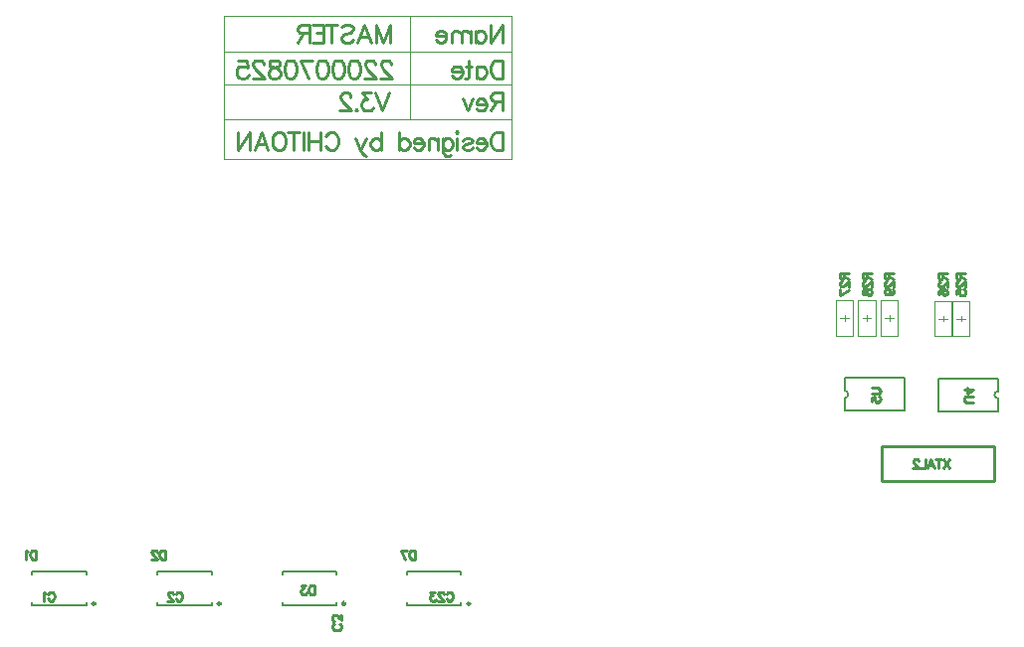
<source format=gbo>
G04*
G04 #@! TF.GenerationSoftware,Altium Limited,Altium Designer,21.3.2 (30)*
G04*
G04 Layer_Color=32896*
%FSLAX44Y44*%
%MOMM*%
G71*
G04*
G04 #@! TF.SameCoordinates,8E102A86-DBDF-4379-BD88-F244A9775125*
G04*
G04*
G04 #@! TF.FilePolarity,Positive*
G04*
G01*
G75*
%ADD10C,0.2540*%
%ADD11C,0.2500*%
%ADD14C,0.2000*%
%ADD15C,0.1000*%
%ADD16C,0.0500*%
D10*
X1176130Y359230D02*
Y389230D01*
X1080830Y359230D02*
Y389230D01*
Y359230D02*
X1176130D01*
X1080830Y389230D02*
X1176130D01*
X758190Y748197D02*
Y732960D01*
Y748197D02*
X748032Y732960D01*
Y748197D02*
Y732960D01*
X735117Y743118D02*
Y732960D01*
Y740941D02*
X736568Y742392D01*
X738019Y743118D01*
X740196D01*
X741647Y742392D01*
X743098Y740941D01*
X743824Y738765D01*
Y737314D01*
X743098Y735137D01*
X741647Y733686D01*
X740196Y732960D01*
X738019D01*
X736568Y733686D01*
X735117Y735137D01*
X731054Y743118D02*
Y732960D01*
Y740216D02*
X728877Y742392D01*
X727426Y743118D01*
X725250D01*
X723799Y742392D01*
X723073Y740216D01*
Y732960D01*
Y740216D02*
X720896Y742392D01*
X719445Y743118D01*
X717269D01*
X715817Y742392D01*
X715092Y740216D01*
Y732960D01*
X710303Y738765D02*
X701596D01*
Y740216D01*
X702322Y741667D01*
X703047Y742392D01*
X704499Y743118D01*
X706675D01*
X708126Y742392D01*
X709578Y740941D01*
X710303Y738765D01*
Y737314D01*
X709578Y735137D01*
X708126Y733686D01*
X706675Y732960D01*
X704499D01*
X703047Y733686D01*
X701596Y735137D01*
X662416Y748197D02*
Y732960D01*
Y748197D02*
X656612Y732960D01*
X650807Y748197D02*
X656612Y732960D01*
X650807Y748197D02*
Y732960D01*
X634845D02*
X640649Y748197D01*
X646454Y732960D01*
X644277Y738039D02*
X637022D01*
X621132Y746020D02*
X622583Y747471D01*
X624760Y748197D01*
X627662D01*
X629839Y747471D01*
X631290Y746020D01*
Y744569D01*
X630564Y743118D01*
X629839Y742392D01*
X628387Y741667D01*
X624034Y740216D01*
X622583Y739490D01*
X621857Y738765D01*
X621132Y737314D01*
Y735137D01*
X622583Y733686D01*
X624760Y732960D01*
X627662D01*
X629839Y733686D01*
X631290Y735137D01*
X612643Y748197D02*
Y732960D01*
X617722Y748197D02*
X607564D01*
X596318D02*
X605750D01*
Y732960D01*
X596318D01*
X605750Y740941D02*
X599946D01*
X593778Y748197D02*
Y732960D01*
Y748197D02*
X587248D01*
X585072Y747471D01*
X584346Y746746D01*
X583620Y745295D01*
Y743844D01*
X584346Y742392D01*
X585072Y741667D01*
X587248Y740941D01*
X593778D01*
X588699D02*
X583620Y732960D01*
X758190Y690146D02*
Y674909D01*
Y690146D02*
X751660D01*
X749483Y689420D01*
X748758Y688695D01*
X748032Y687243D01*
Y685792D01*
X748758Y684341D01*
X749483Y683616D01*
X751660Y682890D01*
X758190D01*
X753111D02*
X748032Y674909D01*
X744622Y680713D02*
X735915D01*
Y682165D01*
X736641Y683616D01*
X737366Y684341D01*
X738818Y685067D01*
X740994D01*
X742445Y684341D01*
X743896Y682890D01*
X744622Y680713D01*
Y679262D01*
X743896Y677086D01*
X742445Y675635D01*
X740994Y674909D01*
X738818D01*
X737366Y675635D01*
X735915Y677086D01*
X732650Y685067D02*
X728297Y674909D01*
X723944Y685067D02*
X728297Y674909D01*
X661618Y690146D02*
X655814Y674909D01*
X650009Y690146D02*
X655814Y674909D01*
X646599Y690146D02*
X638618D01*
X642971Y684341D01*
X640795D01*
X639343Y683616D01*
X638618Y682890D01*
X637892Y680713D01*
Y679262D01*
X638618Y677086D01*
X640069Y675635D01*
X642246Y674909D01*
X644422D01*
X646599Y675635D01*
X647325Y676360D01*
X648050Y677811D01*
X633757Y676360D02*
X634482Y675635D01*
X633757Y674909D01*
X633031Y675635D01*
X633757Y676360D01*
X628968Y686518D02*
Y687243D01*
X628242Y688695D01*
X627517Y689420D01*
X626066Y690146D01*
X623163D01*
X621712Y689420D01*
X620987Y688695D01*
X620261Y687243D01*
Y685792D01*
X620987Y684341D01*
X622438Y682165D01*
X629693Y674909D01*
X619536D01*
X758190Y656586D02*
Y641349D01*
Y656586D02*
X753111D01*
X750934Y655860D01*
X749483Y654409D01*
X748758Y652958D01*
X748032Y650781D01*
Y647153D01*
X748758Y644977D01*
X749483Y643526D01*
X750934Y642075D01*
X753111Y641349D01*
X758190D01*
X744622Y647153D02*
X735915D01*
Y648605D01*
X736641Y650056D01*
X737366Y650781D01*
X738818Y651507D01*
X740994D01*
X742445Y650781D01*
X743896Y649330D01*
X744622Y647153D01*
Y645702D01*
X743896Y643526D01*
X742445Y642075D01*
X740994Y641349D01*
X738818D01*
X737366Y642075D01*
X735915Y643526D01*
X724669Y649330D02*
X725395Y650781D01*
X727571Y651507D01*
X729748D01*
X731925Y650781D01*
X732650Y649330D01*
X731925Y647879D01*
X730474Y647153D01*
X726846Y646428D01*
X725395Y645702D01*
X724669Y644251D01*
Y643526D01*
X725395Y642075D01*
X727571Y641349D01*
X729748D01*
X731925Y642075D01*
X732650Y643526D01*
X720026Y656586D02*
X719300Y655860D01*
X718575Y656586D01*
X719300Y657311D01*
X720026Y656586D01*
X719300Y651507D02*
Y641349D01*
X707183Y651507D02*
Y639898D01*
X707909Y637721D01*
X708634Y636996D01*
X710085Y636270D01*
X712262D01*
X713713Y636996D01*
X707183Y649330D02*
X708634Y650781D01*
X710085Y651507D01*
X712262D01*
X713713Y650781D01*
X715164Y649330D01*
X715890Y647153D01*
Y645702D01*
X715164Y643526D01*
X713713Y642075D01*
X712262Y641349D01*
X710085D01*
X708634Y642075D01*
X707183Y643526D01*
X703120Y651507D02*
Y641349D01*
Y648605D02*
X700943Y650781D01*
X699492Y651507D01*
X697316D01*
X695864Y650781D01*
X695139Y648605D01*
Y641349D01*
X691148Y647153D02*
X682442D01*
Y648605D01*
X683167Y650056D01*
X683893Y650781D01*
X685344Y651507D01*
X687521D01*
X688972Y650781D01*
X690423Y649330D01*
X691148Y647153D01*
Y645702D01*
X690423Y643526D01*
X688972Y642075D01*
X687521Y641349D01*
X685344D01*
X683893Y642075D01*
X682442Y643526D01*
X670470Y656586D02*
Y641349D01*
Y649330D02*
X671921Y650781D01*
X673372Y651507D01*
X675549D01*
X677000Y650781D01*
X678451Y649330D01*
X679177Y647153D01*
Y645702D01*
X678451Y643526D01*
X677000Y642075D01*
X675549Y641349D01*
X673372D01*
X671921Y642075D01*
X670470Y643526D01*
X654435Y656586D02*
Y641349D01*
Y649330D02*
X652984Y650781D01*
X651533Y651507D01*
X649356D01*
X647905Y650781D01*
X646454Y649330D01*
X645728Y647153D01*
Y645702D01*
X646454Y643526D01*
X647905Y642075D01*
X649356Y641349D01*
X651533D01*
X652984Y642075D01*
X654435Y643526D01*
X641738Y651507D02*
X637384Y641349D01*
X633031Y651507D02*
X637384Y641349D01*
X638835Y638447D01*
X640287Y636996D01*
X641738Y636270D01*
X642463D01*
X607636Y652958D02*
X608362Y654409D01*
X609813Y655860D01*
X611264Y656586D01*
X614166D01*
X615618Y655860D01*
X617069Y654409D01*
X617794Y652958D01*
X618520Y650781D01*
Y647153D01*
X617794Y644977D01*
X617069Y643526D01*
X615618Y642075D01*
X614166Y641349D01*
X611264D01*
X609813Y642075D01*
X608362Y643526D01*
X607636Y644977D01*
X603356Y656586D02*
Y641349D01*
X593198Y656586D02*
Y641349D01*
X603356Y649330D02*
X593198D01*
X588990Y656586D02*
Y641349D01*
X580718Y656586D02*
Y641349D01*
X585797Y656586D02*
X575639D01*
X569472D02*
X570923Y655860D01*
X572374Y654409D01*
X573100Y652958D01*
X573825Y650781D01*
Y647153D01*
X573100Y644977D01*
X572374Y643526D01*
X570923Y642075D01*
X569472Y641349D01*
X566570D01*
X565119Y642075D01*
X563668Y643526D01*
X562942Y644977D01*
X562216Y647153D01*
Y650781D01*
X562942Y652958D01*
X563668Y654409D01*
X565119Y655860D01*
X566570Y656586D01*
X569472D01*
X547052Y641349D02*
X552857Y656586D01*
X558661Y641349D01*
X556485Y646428D02*
X549229D01*
X543497Y656586D02*
Y641349D01*
Y656586D02*
X533339Y641349D01*
Y656586D02*
Y641349D01*
X758190Y717901D02*
Y702665D01*
Y717901D02*
X753111D01*
X750934Y717176D01*
X749483Y715725D01*
X748758Y714274D01*
X748032Y712097D01*
Y708469D01*
X748758Y706292D01*
X749483Y704841D01*
X750934Y703390D01*
X753111Y702665D01*
X758190D01*
X735915Y712822D02*
Y702665D01*
Y710646D02*
X737366Y712097D01*
X738818Y712822D01*
X740994D01*
X742445Y712097D01*
X743896Y710646D01*
X744622Y708469D01*
Y707018D01*
X743896Y704841D01*
X742445Y703390D01*
X740994Y702665D01*
X738818D01*
X737366Y703390D01*
X735915Y704841D01*
X729676Y717901D02*
Y705567D01*
X728950Y703390D01*
X727499Y702665D01*
X726048D01*
X731852Y712822D02*
X726773D01*
X723871Y708469D02*
X715164D01*
Y709920D01*
X715890Y711371D01*
X716616Y712097D01*
X718067Y712822D01*
X720243D01*
X721694Y712097D01*
X723146Y710646D01*
X723871Y708469D01*
Y707018D01*
X723146Y704841D01*
X721694Y703390D01*
X720243Y702665D01*
X718067D01*
X716616Y703390D01*
X715164Y704841D01*
X663287Y714274D02*
Y714999D01*
X662561Y716450D01*
X661836Y717176D01*
X660385Y717901D01*
X657482D01*
X656031Y717176D01*
X655306Y716450D01*
X654580Y714999D01*
Y713548D01*
X655306Y712097D01*
X656757Y709920D01*
X664012Y702665D01*
X653855D01*
X649719Y714274D02*
Y714999D01*
X648993Y716450D01*
X648268Y717176D01*
X646817Y717901D01*
X643914D01*
X642463Y717176D01*
X641738Y716450D01*
X641012Y714999D01*
Y713548D01*
X641738Y712097D01*
X643189Y709920D01*
X650444Y702665D01*
X640287D01*
X632523Y717901D02*
X634700Y717176D01*
X636151Y714999D01*
X636877Y711371D01*
Y709195D01*
X636151Y705567D01*
X634700Y703390D01*
X632523Y702665D01*
X631072D01*
X628895Y703390D01*
X627444Y705567D01*
X626719Y709195D01*
Y711371D01*
X627444Y714999D01*
X628895Y717176D01*
X631072Y717901D01*
X632523D01*
X618955D02*
X621132Y717176D01*
X622583Y714999D01*
X623309Y711371D01*
Y709195D01*
X622583Y705567D01*
X621132Y703390D01*
X618955Y702665D01*
X617504D01*
X615327Y703390D01*
X613876Y705567D01*
X613151Y709195D01*
Y711371D01*
X613876Y714999D01*
X615327Y717176D01*
X617504Y717901D01*
X618955D01*
X605387D02*
X607564Y717176D01*
X609015Y714999D01*
X609741Y711371D01*
Y709195D01*
X609015Y705567D01*
X607564Y703390D01*
X605387Y702665D01*
X603936D01*
X601759Y703390D01*
X600308Y705567D01*
X599583Y709195D01*
Y711371D01*
X600308Y714999D01*
X601759Y717176D01*
X603936Y717901D01*
X605387D01*
X586015D02*
X593270Y702665D01*
X596173Y717901D02*
X586015D01*
X578251D02*
X580428Y717176D01*
X581879Y714999D01*
X582605Y711371D01*
Y709195D01*
X581879Y705567D01*
X580428Y703390D01*
X578251Y702665D01*
X576800D01*
X574624Y703390D01*
X573172Y705567D01*
X572447Y709195D01*
Y711371D01*
X573172Y714999D01*
X574624Y717176D01*
X576800Y717901D01*
X578251D01*
X565409D02*
X567586Y717176D01*
X568311Y715725D01*
Y714274D01*
X567586Y712822D01*
X566135Y712097D01*
X563232Y711371D01*
X561056Y710646D01*
X559605Y709195D01*
X558879Y707744D01*
Y705567D01*
X559605Y704116D01*
X560330Y703390D01*
X562507Y702665D01*
X565409D01*
X567586Y703390D01*
X568311Y704116D01*
X569037Y705567D01*
Y707744D01*
X568311Y709195D01*
X566860Y710646D01*
X564683Y711371D01*
X561781Y712097D01*
X560330Y712822D01*
X559605Y714274D01*
Y715725D01*
X560330Y717176D01*
X562507Y717901D01*
X565409D01*
X554743Y714274D02*
Y714999D01*
X554018Y716450D01*
X553292Y717176D01*
X551841Y717901D01*
X548939D01*
X547488Y717176D01*
X546762Y716450D01*
X546037Y714999D01*
Y713548D01*
X546762Y712097D01*
X548213Y709920D01*
X555469Y702665D01*
X545311D01*
X533194Y717901D02*
X540450D01*
X541175Y711371D01*
X540450Y712097D01*
X538273Y712822D01*
X536096D01*
X533920Y712097D01*
X532469Y710646D01*
X531743Y708469D01*
Y707018D01*
X532469Y704841D01*
X533920Y703390D01*
X536096Y702665D01*
X538273D01*
X540450Y703390D01*
X541175Y704116D01*
X541901Y705567D01*
X683514Y300480D02*
Y292862D01*
Y300480D02*
X680975D01*
X679886Y300118D01*
X679161Y299392D01*
X678798Y298666D01*
X678435Y297578D01*
Y295764D01*
X678798Y294676D01*
X679161Y293950D01*
X679886Y293225D01*
X680975Y292862D01*
X683514D01*
X671651Y300480D02*
X675279Y292862D01*
X676730Y300480D02*
X671651D01*
X710330Y263106D02*
X710693Y263832D01*
X711419Y264558D01*
X712144Y264920D01*
X713595D01*
X714321Y264558D01*
X715046Y263832D01*
X715409Y263106D01*
X715772Y262018D01*
Y260204D01*
X715409Y259116D01*
X715046Y258390D01*
X714321Y257665D01*
X713595Y257302D01*
X712144D01*
X711419Y257665D01*
X710693Y258390D01*
X710330Y259116D01*
X707827Y263106D02*
Y263469D01*
X707464Y264195D01*
X707102Y264558D01*
X706376Y264920D01*
X704925D01*
X704199Y264558D01*
X703837Y264195D01*
X703474Y263469D01*
Y262744D01*
X703837Y262018D01*
X704562Y260930D01*
X708190Y257302D01*
X703111D01*
X700680Y264920D02*
X696690D01*
X698867Y262018D01*
X697778D01*
X697053Y261655D01*
X696690Y261293D01*
X696327Y260204D01*
Y259479D01*
X696690Y258390D01*
X697415Y257665D01*
X698504Y257302D01*
X699592D01*
X700680Y257665D01*
X701043Y258028D01*
X701406Y258753D01*
X1137989Y378039D02*
X1132910Y370421D01*
Y378039D02*
X1137989Y370421D01*
X1128666Y378039D02*
Y370421D01*
X1131205Y378039D02*
X1126126D01*
X1119415Y370421D02*
X1122317Y378039D01*
X1125219Y370421D01*
X1124131Y372960D02*
X1120503D01*
X1117637Y378039D02*
Y370421D01*
X1113284D01*
X1112087Y376225D02*
Y376588D01*
X1111724Y377314D01*
X1111361Y377676D01*
X1110636Y378039D01*
X1109185D01*
X1108459Y377676D01*
X1108096Y377314D01*
X1107734Y376588D01*
Y375863D01*
X1108096Y375137D01*
X1108822Y374049D01*
X1112450Y370421D01*
X1107371D01*
X1158239Y426388D02*
X1152797D01*
X1151709Y426750D01*
X1150984Y427476D01*
X1150621Y428564D01*
Y429290D01*
X1150984Y430378D01*
X1151709Y431104D01*
X1152797Y431467D01*
X1158239D01*
Y437198D02*
X1153160Y433571D01*
Y439012D01*
X1158239Y437198D02*
X1150621D01*
X1071881Y438791D02*
X1077322D01*
X1078411Y438428D01*
X1079136Y437703D01*
X1079499Y436614D01*
Y435889D01*
X1079136Y434800D01*
X1078411Y434075D01*
X1077322Y433712D01*
X1071881D01*
Y427255D02*
Y430882D01*
X1075146Y431245D01*
X1074783Y430882D01*
X1074420Y429794D01*
Y428706D01*
X1074783Y427617D01*
X1075509Y426892D01*
X1076597Y426529D01*
X1077322D01*
X1078411Y426892D01*
X1079136Y427617D01*
X1079499Y428706D01*
Y429794D01*
X1079136Y430882D01*
X1078774Y431245D01*
X1078048Y431608D01*
X1144271Y536373D02*
X1151889D01*
X1144271D02*
Y533108D01*
X1144634Y532020D01*
X1144996Y531657D01*
X1145722Y531295D01*
X1146448D01*
X1147173Y531657D01*
X1147536Y532020D01*
X1147899Y533108D01*
Y536373D01*
Y533834D02*
X1151889Y531295D01*
X1146085Y529227D02*
X1145722D01*
X1144996Y528864D01*
X1144634Y528501D01*
X1144271Y527776D01*
Y526324D01*
X1144634Y525599D01*
X1144996Y525236D01*
X1145722Y524873D01*
X1146448D01*
X1147173Y525236D01*
X1148261Y525962D01*
X1151889Y529589D01*
Y524510D01*
X1144271Y518452D02*
Y522080D01*
X1147536Y522443D01*
X1147173Y522080D01*
X1146810Y520992D01*
Y519903D01*
X1147173Y518815D01*
X1147899Y518089D01*
X1148987Y517727D01*
X1149713D01*
X1150801Y518089D01*
X1151526Y518815D01*
X1151889Y519903D01*
Y520992D01*
X1151526Y522080D01*
X1151164Y522443D01*
X1150438Y522805D01*
X1045211Y536663D02*
X1052829D01*
X1045211D02*
Y533398D01*
X1045574Y532310D01*
X1045936Y531947D01*
X1046662Y531585D01*
X1047387D01*
X1048113Y531947D01*
X1048476Y532310D01*
X1048839Y533398D01*
Y536663D01*
Y534124D02*
X1052829Y531585D01*
X1047025Y529517D02*
X1046662D01*
X1045936Y529154D01*
X1045574Y528791D01*
X1045211Y528066D01*
Y526614D01*
X1045574Y525889D01*
X1045936Y525526D01*
X1046662Y525163D01*
X1047387D01*
X1048113Y525526D01*
X1049201Y526252D01*
X1052829Y529879D01*
Y524801D01*
X1045211Y518017D02*
X1052829Y521644D01*
X1045211Y523096D02*
Y518017D01*
X1129031Y536192D02*
X1136649D01*
X1129031D02*
Y532927D01*
X1129394Y531839D01*
X1129756Y531476D01*
X1130482Y531113D01*
X1131208D01*
X1131933Y531476D01*
X1132296Y531839D01*
X1132659Y532927D01*
Y536192D01*
Y533653D02*
X1136649Y531113D01*
X1130845Y529045D02*
X1130482D01*
X1129756Y528683D01*
X1129394Y528320D01*
X1129031Y527594D01*
Y526143D01*
X1129394Y525418D01*
X1129756Y525055D01*
X1130482Y524692D01*
X1131208D01*
X1131933Y525055D01*
X1133021Y525780D01*
X1136649Y529408D01*
Y524329D01*
X1130119Y518271D02*
X1129394Y518633D01*
X1129031Y519722D01*
Y520447D01*
X1129394Y521536D01*
X1130482Y522261D01*
X1132296Y522624D01*
X1134110D01*
X1135561Y522261D01*
X1136286Y521536D01*
X1136649Y520447D01*
Y520085D01*
X1136286Y518996D01*
X1135561Y518271D01*
X1134473Y517908D01*
X1134110D01*
X1133021Y518271D01*
X1132296Y518996D01*
X1131933Y520085D01*
Y520447D01*
X1132296Y521536D01*
X1133021Y522261D01*
X1134110Y522624D01*
X1083311Y536482D02*
X1090929D01*
X1083311D02*
Y533217D01*
X1083674Y532129D01*
X1084036Y531766D01*
X1084762Y531403D01*
X1085488D01*
X1086213Y531766D01*
X1086576Y532129D01*
X1086939Y533217D01*
Y536482D01*
Y533943D02*
X1090929Y531403D01*
X1085125Y529335D02*
X1084762D01*
X1084036Y528973D01*
X1083674Y528610D01*
X1083311Y527884D01*
Y526433D01*
X1083674Y525708D01*
X1084036Y525345D01*
X1084762Y524982D01*
X1085488D01*
X1086213Y525345D01*
X1087301Y526070D01*
X1090929Y529698D01*
Y524619D01*
X1085850Y518198D02*
X1086939Y518561D01*
X1087664Y519286D01*
X1088027Y520375D01*
Y520737D01*
X1087664Y521826D01*
X1086939Y522551D01*
X1085850Y522914D01*
X1085488D01*
X1084399Y522551D01*
X1083674Y521826D01*
X1083311Y520737D01*
Y520375D01*
X1083674Y519286D01*
X1084399Y518561D01*
X1085850Y518198D01*
X1087664D01*
X1089478Y518561D01*
X1090566Y519286D01*
X1090929Y520375D01*
Y521100D01*
X1090566Y522189D01*
X1089841Y522551D01*
X1064261Y536663D02*
X1071879D01*
X1064261D02*
Y533398D01*
X1064624Y532310D01*
X1064986Y531947D01*
X1065712Y531585D01*
X1066438D01*
X1067163Y531947D01*
X1067526Y532310D01*
X1067889Y533398D01*
Y536663D01*
Y534124D02*
X1071879Y531585D01*
X1066075Y529517D02*
X1065712D01*
X1064986Y529154D01*
X1064624Y528791D01*
X1064261Y528066D01*
Y526614D01*
X1064624Y525889D01*
X1064986Y525526D01*
X1065712Y525163D01*
X1066438D01*
X1067163Y525526D01*
X1068251Y526252D01*
X1071879Y529879D01*
Y524801D01*
X1064261Y521282D02*
X1064624Y522370D01*
X1065349Y522733D01*
X1066075D01*
X1066800Y522370D01*
X1067163Y521644D01*
X1067526Y520193D01*
X1067889Y519105D01*
X1068614Y518379D01*
X1069340Y518017D01*
X1070428D01*
X1071154Y518379D01*
X1071516Y518742D01*
X1071879Y519831D01*
Y521282D01*
X1071516Y522370D01*
X1071154Y522733D01*
X1070428Y523096D01*
X1069340D01*
X1068614Y522733D01*
X1067889Y522007D01*
X1067526Y520919D01*
X1067163Y519468D01*
X1066800Y518742D01*
X1066075Y518379D01*
X1065349D01*
X1064624Y518742D01*
X1064261Y519831D01*
Y521282D01*
X361188Y300480D02*
Y292862D01*
Y300480D02*
X358648D01*
X357560Y300118D01*
X356835Y299392D01*
X356472Y298666D01*
X356109Y297578D01*
Y295764D01*
X356472Y294676D01*
X356835Y293950D01*
X357560Y293225D01*
X358648Y292862D01*
X361188D01*
X354404Y299029D02*
X353679Y299392D01*
X352590Y300480D01*
Y292862D01*
X471170Y300480D02*
Y292862D01*
Y300480D02*
X468630D01*
X467542Y300118D01*
X466817Y299392D01*
X466454Y298666D01*
X466091Y297578D01*
Y295764D01*
X466454Y294676D01*
X466817Y293950D01*
X467542Y293225D01*
X468630Y292862D01*
X471170D01*
X464023Y298666D02*
Y299029D01*
X463661Y299755D01*
X463298Y300118D01*
X462572Y300480D01*
X461121D01*
X460395Y300118D01*
X460033Y299755D01*
X459670Y299029D01*
Y298304D01*
X460033Y297578D01*
X460758Y296490D01*
X464386Y292862D01*
X459307D01*
X598284Y270509D02*
Y262891D01*
Y270509D02*
X595745D01*
X594657Y270146D01*
X593931Y269421D01*
X593568Y268695D01*
X593205Y267607D01*
Y265793D01*
X593568Y264705D01*
X593931Y263979D01*
X594657Y263254D01*
X595745Y262891D01*
X598284D01*
X590775Y270509D02*
X586784D01*
X588961Y267607D01*
X587873D01*
X587147Y267244D01*
X586784Y266881D01*
X586422Y265793D01*
Y265068D01*
X586784Y263979D01*
X587510Y263254D01*
X588598Y262891D01*
X589687D01*
X590775Y263254D01*
X591138Y263616D01*
X591500Y264342D01*
X371494Y263106D02*
X371857Y263832D01*
X372583Y264558D01*
X373308Y264920D01*
X374759D01*
X375485Y264558D01*
X376210Y263832D01*
X376573Y263106D01*
X376936Y262018D01*
Y260204D01*
X376573Y259116D01*
X376210Y258390D01*
X375485Y257665D01*
X374759Y257302D01*
X373308D01*
X372583Y257665D01*
X371857Y258390D01*
X371494Y259116D01*
X369354Y263469D02*
X368628Y263832D01*
X367540Y264920D01*
Y257302D01*
X480206Y263106D02*
X480569Y263832D01*
X481295Y264558D01*
X482020Y264920D01*
X483471D01*
X484197Y264558D01*
X484922Y263832D01*
X485285Y263106D01*
X485648Y262018D01*
Y260204D01*
X485285Y259116D01*
X484922Y258390D01*
X484197Y257665D01*
X483471Y257302D01*
X482020D01*
X481295Y257665D01*
X480569Y258390D01*
X480206Y259116D01*
X477703Y263106D02*
Y263469D01*
X477340Y264195D01*
X476978Y264558D01*
X476252Y264920D01*
X474801D01*
X474075Y264558D01*
X473713Y264195D01*
X473350Y263469D01*
Y262744D01*
X473713Y262018D01*
X474438Y260930D01*
X478066Y257302D01*
X472987D01*
X619215Y237871D02*
X619941Y237508D01*
X620666Y236783D01*
X621029Y236057D01*
Y234606D01*
X620666Y233881D01*
X619941Y233155D01*
X619215Y232792D01*
X618127Y232430D01*
X616313D01*
X615225Y232792D01*
X614499Y233155D01*
X613774Y233881D01*
X613411Y234606D01*
Y236057D01*
X613774Y236783D01*
X614499Y237508D01*
X615225Y237871D01*
X621029Y240737D02*
Y244728D01*
X618127Y242551D01*
Y243639D01*
X617764Y244365D01*
X617401Y244728D01*
X616313Y245091D01*
X615588D01*
X614499Y244728D01*
X613774Y244002D01*
X613411Y242914D01*
Y241825D01*
X613774Y240737D01*
X614136Y240374D01*
X614862Y240012D01*
D11*
X730520Y254970D02*
G03*
X730520Y254970I-1250J0D01*
G01*
X624373D02*
G03*
X624373Y254970I-1250J0D01*
G01*
X411653D02*
G03*
X411653Y254970I-1250J0D01*
G01*
X518313D02*
G03*
X518313Y254970I-1250J0D01*
G01*
D14*
X1049020Y430015D02*
G03*
X1049020Y436365I0J3175D01*
G01*
X1179830Y436045D02*
G03*
X1179830Y429695I0J-3175D01*
G01*
X1049020Y447330D02*
X1099820D01*
Y419390D02*
Y447330D01*
X1049020Y419390D02*
X1099820D01*
X1049020D02*
Y430015D01*
Y436365D02*
Y447330D01*
X1129030Y418730D02*
X1179830D01*
X1129030D02*
Y446670D01*
X1179830D01*
Y436045D02*
Y446670D01*
Y418730D02*
Y429695D01*
X722770Y279470D02*
Y282470D01*
X676770Y279470D02*
Y282470D01*
X722770Y253470D02*
Y256470D01*
X676770Y253470D02*
Y256470D01*
Y282470D02*
X722770D01*
X676770Y253470D02*
X722770D01*
X570623D02*
X616623D01*
X570623Y282470D02*
X616623D01*
X570623Y253470D02*
Y256470D01*
X616623Y253470D02*
Y256470D01*
X570623Y279470D02*
Y282470D01*
X616623Y279470D02*
Y282470D01*
X357903Y253470D02*
X403903D01*
X357903Y282470D02*
X403903D01*
X357903Y253470D02*
Y256470D01*
X403903Y253470D02*
Y256470D01*
X357903Y279470D02*
Y282470D01*
X403903Y279470D02*
Y282470D01*
X464563Y253470D02*
X510563D01*
X464563Y282470D02*
X510563D01*
X464563Y253470D02*
Y256470D01*
X510563Y253470D02*
Y256470D01*
X464563Y279470D02*
Y282470D01*
X510563Y279470D02*
Y282470D01*
D15*
X1083370Y498130D02*
X1090870D01*
X1087120Y495844D02*
Y500416D01*
X1064320Y498130D02*
X1071820D01*
X1068070Y495844D02*
Y500416D01*
X1045270Y498130D02*
X1052770D01*
X1049020Y495844D02*
Y500416D01*
X1129090Y497840D02*
X1136590D01*
X1132840Y495554D02*
Y500126D01*
X1144330Y497840D02*
X1151830D01*
X1148080Y495554D02*
Y500126D01*
D16*
X520700Y697230D02*
X765810D01*
X520700Y725170D02*
X765810D01*
Y697230D02*
Y725170D01*
X520700Y697230D02*
Y725170D01*
Y668020D02*
X765810D01*
X520700Y755901D02*
X765810D01*
Y668020D02*
Y755901D01*
X520700Y668020D02*
Y755901D01*
X679450Y668020D02*
X765812D01*
X679450Y755902D02*
X765812D01*
Y668020D02*
Y755902D01*
X679450Y668020D02*
Y755902D01*
X520700Y725170D02*
X765810D01*
X520700Y755901D02*
X765810D01*
Y725170D02*
Y755901D01*
X520700Y725170D02*
Y755901D01*
Y633730D02*
X765810D01*
X520700Y755902D02*
X765810D01*
Y633730D02*
Y755902D01*
X520700Y633730D02*
Y755902D01*
X1094620Y483130D02*
Y513130D01*
X1079620Y483130D02*
X1094620D01*
X1079620Y513130D02*
X1094620D01*
X1079620Y483130D02*
Y513130D01*
X1075570Y483130D02*
Y513130D01*
X1060570Y483130D02*
X1075570D01*
X1060570Y513130D02*
X1075570D01*
X1060570Y483130D02*
Y513130D01*
X1056520Y483130D02*
Y513130D01*
X1041520Y483130D02*
X1056520D01*
X1041520Y513130D02*
X1056520D01*
X1041520Y483130D02*
Y513130D01*
X1125340Y482840D02*
Y512840D01*
X1140340D01*
X1125340Y482840D02*
X1140340D01*
Y512840D01*
X1140580Y482840D02*
Y512840D01*
X1155580D01*
X1140580Y482840D02*
X1155580D01*
Y512840D01*
M02*

</source>
